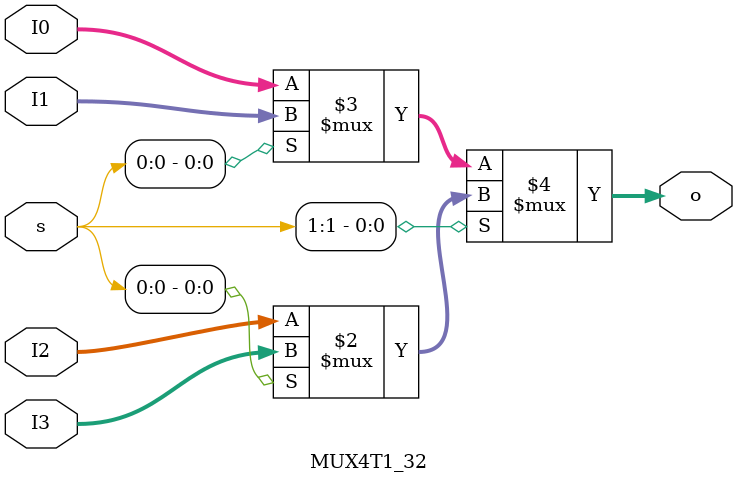
<source format=v>
`timescale 1ns / 1ps
module M_datapath(input clk,
                  input reset,
                 
                  input MIO_ready,
                  input IorD,
                  input IRWrite,
                  input [1:0] RegDst,
                  input RegWrite,
                  input [1:0] MemtoReg,
                  input ALUSrcA,
                 
                  input[1:0]ALUSrcB,
                  input[1:0]PCSource,
                  input PCWrite,
                  input PCWriteCond,
                  input Branch,
                  input[3:0]ALU_operation,
                 
                  output[31:0]PC_Current,
                  input[31:0]data2CPU,
                  output[31:0]Inst,
                  output[31:0]data_out,
                  output[31:0]M_addr,
                 
                  output zero,
                  output overflow);

    wire [31:0] ALUout;
    wire [31:0] Imm32;
    wire [31:0] res;
    wire [4:0]  Wt_addr;
    wire [31:0] MD;
    wire [31:0] Wt_data;
    wire [31:0] data_B;
    wire [31:0] rdata_A;
    wire [31:0] data_A;
    wire [31:0] PC_out;

    wire [31:0] lui;
    wire [4:0] ra;

    assign ra = 5'd31;

    assign Imm32 = {Inst[15] ? 16'hFFFF : 16'h0, Inst[15:0]};
    assign data_A = ALUSrcA ? rdata_A[31:0] : PC_Current[31:0];
    assign M_addr = IorD ? ALUout[31:0] : PC_Current[31:0];
    assign lui = {Inst[15:0], data_out[15:0]};

    ALU  U1 (.A(data_A[31:0]),
             .ALU_operation(ALU_operation),
             .B(data_B[31:0]),
             .shamt(Inst[10:6]),
             .overflow(overflow),
             .res(res[31:0]),
             .zero(zero));

    Regs U2 (.clk(clk),
             .we(RegWrite),
             .rst(reset),
             .R_addr_A(Inst[25:21]),
             .R_addr_B(Inst[20:16]),
             .Wt_addr(Wt_addr[4:0]),
             .Wt_data(Wt_data[31:0]),
             .rdata_A(rdata_A[31:0]),
             .rdata_B(data_out[31:0]));

    REG32 IR (.CE(IRWrite),
              .clk(clk),
              .D(data2CPU[31:0]),
              .rst(reset),
              .Q(Inst[31:0]));

    REG32 MDR (.CE(1'b1),
               .clk(clk),
               .D(data2CPU[31:0]),
               .rst(1'b0),
               .Q(MD[31:0]));

    REG32 PC_Reg (.CE((((zero & Branch) & PCWriteCond) | PCWrite) & MIO_ready),
                  .clk(clk),
                  .D(PC_out[31:0]),
                  .rst(reset),
                  .Q(PC_Current[31:0]));

    REG32 ALU_Out_Reg (.CE(1'b1),
                       .clk(clk),
                       .D(res[31:0]),
                       .rst(1'b0),
                       .Q(ALUout[31:0]));

    MUX4T1_32 WtData_4t1 (.I0(ALUout[31:0]),
                          .I1(MD[31:0]),
                          .I2(lui[31:0]),
                          .I3(PC_Current[31:0]),
                          .s(MemtoReg[1:0]),
                          .o(Wt_data[31:0]));

    MUX4T1_32 ALUB_2t1 (.I0(data_out[31:0]),
                        .I1(32'h4),
                        .I2(Imm32[31:0]),
                        .I3({Imm32[29:0], 1'b0, 1'b0}),
                        .s(ALUSrcB[1:0]),
                        .o(data_B[31:0]));

    MUX4T1_32 PC_4t1 (.I0(res[31:0]),
                      .I1(ALUout[31:0]),
                      .I2({PC_Current[31:28], Inst[25:0], 2'b00}),
                      .I3(ALUout[31:0]),
                      .s(PCSource[1:0]),
                      .o(PC_out[31:0]));

    MUX4T1_5 WtAddr_4t1 (.I0(Inst[20:16]),
                         .I1(Inst[15:11]),
                         .I2(ra[4:0]),
                         .I3(5'b0),
                         .s(RegDst[1:0]),
                         .o(Wt_addr[4:0]));

endmodule

module REG32(
           input clk,
           input rst,
           input CE,
           input [31:0] D,
           output reg [31:0] Q);

    always @(posedge clk or posedge rst) begin
        if (rst) begin
                Q <= 0;
            end else if (CE) begin
                Q <= D;
            end
    end
endmodule

module ALU(input [31:0] A, B,
           input [3:0] ALU_operation,
           input [4:0] shamt,
           output reg [31:0] res,
           output zero,
           output reg overflow);
    wire [31:0] res_and, res_or, res_add, res_sub, res_nor, res_slt, res_srl, res_sll, res_xor;

    assign res_and = A & B;
    assign res_or  = A | B;
    assign res_add = A + B;
    assign res_sub = A - B;
    assign res_slt =(A < B) ? 32'h1 : 32'h0;
    assign res_srl = B >> shamt;
    assign res_sll = B << shamt;
    assign res_xor = A ^ B;
    assign zero = (res == 0)? 1: 0;


    //always @ (A or B or ALU_operation)
    always @*
        if(ALU_operation[3] == 1'b0) begin
            case (ALU_operation[2:0])
                3'b000: begin
                    res = res_and;
                    overflow = 1'b0;
                end
                3'b001: begin
                    res = res_or;
                    overflow = 1'b0;
                end
                3'b010: begin
                    res = res_add;
                    overflow = A[31] & ~res[31] | A[31] & B [31] | B[31] & ~res[31];
                end
                3'b110: begin
                    res = res_sub;
                    overflow = ~A[31] & res[31] | ~A[31] & B [31] | B[31] & res[31];
                end
                3'b111: begin
                    res = res_slt;
                    overflow = 1'b0;
                end
                3'b100: begin
                    res = ~res_or;
                    overflow = 1'b0;
                end
                3'b101: begin
                    res = res_srl;
                    overflow = 1'b0;
                end
                3'b011: begin
                    res = res_xor;
                    overflow = 1'b0;
                end
                default: res = 32'hx;
            endcase
        end
        else begin
            case(ALU_operation)
                4'b1000: begin 
                    res = res_sll;
                    overflow = 1'b0;
                end
                default: res = 32'hx;
            endcase
        end
endmodule

module Regs(input clk, rst, we,
            input [4:0] R_addr_A, R_addr_B, Wt_addr,
            input [31:0] Wt_data,
            output [31:0] rdata_A, rdata_B);

    reg [31:0] register [1:31];
    integer i;

	assign rdata_A = (R_addr_A == 0) ? 32'h0 : register[R_addr_A];
	assign rdata_B = (R_addr_B == 0) ? 32'h0 : register[R_addr_B];

	always @(posedge clk or posedge rst) begin
        if (rst == 1)
            for(i = 1; i < 32; i = i + 1)
                register[i] <= 32'h0;
        else if (Wt_addr != 0 && we == 1)
            register[Wt_addr] <= Wt_data;
    end

endmodule

module MUX4T1_5(input [4:0] I0, I1, I2, I3,
                input [1:0] s,
                output [4:0] o);
    assign o = s[1] ? (s[0] ? I3 :I2) : (s[0] ? I1 : I0);
endmodule

module MUX4T1_32(input [31:0] I0, I1, I2, I3,
                 input [1:0] s,
                 output [31:0] o);
    assign o = s[1] ? (s[0] ? I3 :I2) : (s[0] ? I1 : I0);
endmodule
</source>
